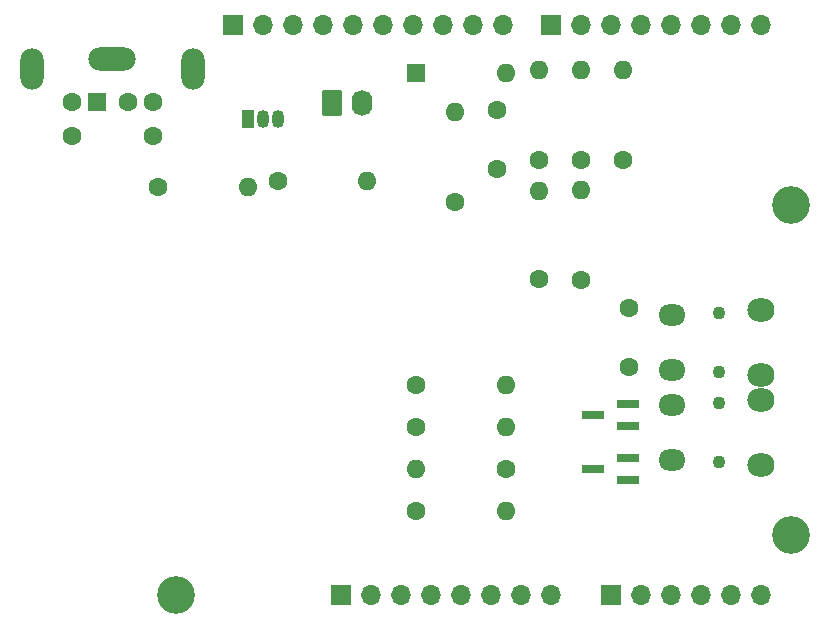
<source format=gbs>
%TF.GenerationSoftware,KiCad,Pcbnew,(6.0.6)*%
%TF.CreationDate,2022-07-11T15:05:09+02:00*%
%TF.ProjectId,ZXSpectrumFPGAShield,5a585370-6563-4747-9275-6d4650474153,rev?*%
%TF.SameCoordinates,Original*%
%TF.FileFunction,Soldermask,Bot*%
%TF.FilePolarity,Negative*%
%FSLAX46Y46*%
G04 Gerber Fmt 4.6, Leading zero omitted, Abs format (unit mm)*
G04 Created by KiCad (PCBNEW (6.0.6)) date 2022-07-11 15:05:09*
%MOMM*%
%LPD*%
G01*
G04 APERTURE LIST*
G04 Aperture macros list*
%AMRoundRect*
0 Rectangle with rounded corners*
0 $1 Rounding radius*
0 $2 $3 $4 $5 $6 $7 $8 $9 X,Y pos of 4 corners*
0 Add a 4 corners polygon primitive as box body*
4,1,4,$2,$3,$4,$5,$6,$7,$8,$9,$2,$3,0*
0 Add four circle primitives for the rounded corners*
1,1,$1+$1,$2,$3*
1,1,$1+$1,$4,$5*
1,1,$1+$1,$6,$7*
1,1,$1+$1,$8,$9*
0 Add four rect primitives between the rounded corners*
20,1,$1+$1,$2,$3,$4,$5,0*
20,1,$1+$1,$4,$5,$6,$7,0*
20,1,$1+$1,$6,$7,$8,$9,0*
20,1,$1+$1,$8,$9,$2,$3,0*%
G04 Aperture macros list end*
%ADD10C,1.600000*%
%ADD11O,1.600000X1.600000*%
%ADD12R,1.700000X1.700000*%
%ADD13O,1.700000X1.700000*%
%ADD14RoundRect,0.250000X-0.620000X-0.845000X0.620000X-0.845000X0.620000X0.845000X-0.620000X0.845000X0*%
%ADD15O,1.740000X2.190000*%
%ADD16R,1.600000X1.600000*%
%ADD17O,2.000000X3.500000*%
%ADD18O,4.000000X2.000000*%
%ADD19C,1.100000*%
%ADD20O,2.300000X1.800000*%
%ADD21O,2.300000X2.000000*%
%ADD22R,1.050000X1.500000*%
%ADD23O,1.050000X1.500000*%
%ADD24C,3.200000*%
%ADD25R,1.900000X0.800000*%
G04 APERTURE END LIST*
D10*
%TO.C,R10*%
X137592000Y-64186000D03*
D11*
X137592000Y-56566000D03*
%TD*%
D10*
%TO.C,R9*%
X134290000Y-83236000D03*
D11*
X141910000Y-83236000D03*
%TD*%
D10*
%TO.C,R8*%
X134290000Y-79680000D03*
D11*
X141910000Y-79680000D03*
%TD*%
D12*
%TO.C,J1*%
X127940000Y-97460000D03*
D13*
X130480000Y-97460000D03*
X133020000Y-97460000D03*
X135560000Y-97460000D03*
X138100000Y-97460000D03*
X140640000Y-97460000D03*
X143180000Y-97460000D03*
X145720000Y-97460000D03*
%TD*%
D12*
%TO.C,J3*%
X150800000Y-97460000D03*
D13*
X153340000Y-97460000D03*
X155880000Y-97460000D03*
X158420000Y-97460000D03*
X160960000Y-97460000D03*
X163500000Y-97460000D03*
%TD*%
D12*
%TO.C,J2*%
X118796000Y-49200000D03*
D13*
X121336000Y-49200000D03*
X123876000Y-49200000D03*
X126416000Y-49200000D03*
X128956000Y-49200000D03*
X131496000Y-49200000D03*
X134036000Y-49200000D03*
X136576000Y-49200000D03*
X139116000Y-49200000D03*
X141656000Y-49200000D03*
%TD*%
D12*
%TO.C,J4*%
X145720000Y-49200000D03*
D13*
X148260000Y-49200000D03*
X150800000Y-49200000D03*
X153340000Y-49200000D03*
X155880000Y-49200000D03*
X158420000Y-49200000D03*
X160960000Y-49200000D03*
X163500000Y-49200000D03*
%TD*%
D10*
%TO.C,R1*%
X112446000Y-62916000D03*
D11*
X120066000Y-62916000D03*
%TD*%
D14*
%TO.C,LS1*%
X127178000Y-55824000D03*
D15*
X129718000Y-55824000D03*
%TD*%
D10*
%TO.C,R4*%
X134290000Y-90348000D03*
D11*
X141910000Y-90348000D03*
%TD*%
D10*
%TO.C,R6*%
X148260000Y-60630000D03*
D11*
X148260000Y-53010000D03*
%TD*%
D10*
%TO.C,C1*%
X122666000Y-62408000D03*
D11*
X130166000Y-62408000D03*
%TD*%
D16*
%TO.C,J8*%
X107326000Y-55747000D03*
D10*
X109926000Y-55747000D03*
X105226000Y-55747000D03*
X112026000Y-55747000D03*
X105226000Y-58547000D03*
X112026000Y-58547000D03*
D17*
X101776000Y-52897000D03*
X115476000Y-52897000D03*
D18*
X108626000Y-52097000D03*
%TD*%
D19*
%TO.C,J6*%
X160000000Y-73580000D03*
X160000000Y-78580000D03*
D20*
X156000000Y-78380000D03*
X156000000Y-73780000D03*
D21*
X163500000Y-78830000D03*
X163500000Y-73330000D03*
%TD*%
D10*
%TO.C,R7*%
X144704000Y-60630000D03*
D11*
X144704000Y-53010000D03*
%TD*%
D10*
%TO.C,C2*%
X141148000Y-61352000D03*
X141148000Y-56352000D03*
%TD*%
D16*
%TO.C,D1*%
X134290000Y-53264000D03*
D11*
X141910000Y-53264000D03*
%TD*%
D22*
%TO.C,Q1*%
X120066000Y-57180000D03*
D23*
X121336000Y-57180000D03*
X122606000Y-57180000D03*
%TD*%
D10*
%TO.C,R2*%
X141910000Y-86792000D03*
D11*
X134290000Y-86792000D03*
%TD*%
D10*
%TO.C,R5*%
X148260000Y-70790000D03*
D11*
X148260000Y-63170000D03*
%TD*%
D10*
%TO.C,C3*%
X152324000Y-78116000D03*
X152324000Y-73116000D03*
%TD*%
%TO.C,C4*%
X144704000Y-70730000D03*
D11*
X144704000Y-63230000D03*
%TD*%
D19*
%TO.C,J5*%
X160000000Y-86200000D03*
X160000000Y-81200000D03*
D20*
X156000000Y-86000000D03*
X156000000Y-81400000D03*
D21*
X163500000Y-80950000D03*
X163500000Y-86450000D03*
%TD*%
D24*
%TO.C,MH2*%
X113970000Y-97460000D03*
%TD*%
D11*
%TO.C,R3*%
X151816000Y-53010000D03*
D10*
X151816000Y-60630000D03*
%TD*%
D24*
%TO.C,MH3*%
X166040000Y-64440000D03*
%TD*%
%TO.C,MH4*%
X166040000Y-92380000D03*
%TD*%
D25*
%TO.C,D3*%
X152300000Y-85842000D03*
X152300000Y-87742000D03*
X149300000Y-86792000D03*
%TD*%
%TO.C,D2*%
X152300000Y-81270000D03*
X152300000Y-83170000D03*
X149300000Y-82220000D03*
%TD*%
M02*

</source>
